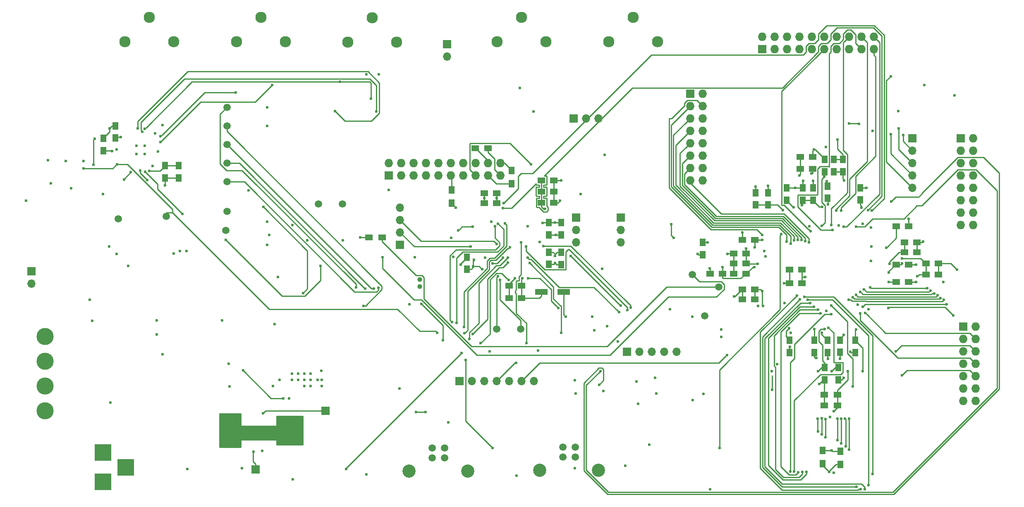
<source format=gbr>
G04 #@! TF.FileFunction,Copper,L4,Bot,Signal*
%FSLAX46Y46*%
G04 Gerber Fmt 4.6, Leading zero omitted, Abs format (unit mm)*
G04 Created by KiCad (PCBNEW 4.0.7-e2-6376~58~ubuntu16.04.1) date Sat Apr  6 13:35:55 2019*
%MOMM*%
%LPD*%
G01*
G04 APERTURE LIST*
%ADD10C,0.100000*%
%ADD11C,1.500000*%
%ADD12R,1.727200X1.727200*%
%ADD13O,1.727200X1.727200*%
%ADD14R,1.700000X1.700000*%
%ADD15O,1.700000X1.700000*%
%ADD16R,1.250000X1.500000*%
%ADD17C,1.000000*%
%ADD18C,1.520000*%
%ADD19C,2.700000*%
%ADD20R,1.500000X1.300000*%
%ADD21R,1.300000X1.500000*%
%ADD22R,1.500000X1.250000*%
%ADD23R,2.598420X1.198880*%
%ADD24R,2.600960X1.198880*%
%ADD25C,2.300000*%
%ADD26R,3.500000X3.500000*%
%ADD27C,3.500000*%
%ADD28C,0.600000*%
%ADD29C,1.200000*%
%ADD30C,0.250000*%
%ADD31C,0.254000*%
G04 APERTURE END LIST*
D10*
D11*
X94361000Y-97663000D03*
D12*
X204216000Y-60452000D03*
D13*
X204216000Y-57912000D03*
X206756000Y-60452000D03*
X206756000Y-57912000D03*
X209296000Y-60452000D03*
X209296000Y-57912000D03*
X211836000Y-60452000D03*
X211836000Y-57912000D03*
X214376000Y-60452000D03*
X214376000Y-57912000D03*
X216916000Y-60452000D03*
X216916000Y-57912000D03*
X219456000Y-60452000D03*
X219456000Y-57912000D03*
X221996000Y-60452000D03*
X221996000Y-57912000D03*
X224536000Y-60452000D03*
X224536000Y-57912000D03*
X227076000Y-60452000D03*
X227076000Y-57912000D03*
D12*
X189484000Y-69596000D03*
D13*
X192024000Y-69596000D03*
X189484000Y-72136000D03*
X192024000Y-72136000D03*
X189484000Y-74676000D03*
X192024000Y-74676000D03*
X189484000Y-77216000D03*
X192024000Y-77216000D03*
X189484000Y-79756000D03*
X192024000Y-79756000D03*
X189484000Y-82296000D03*
X192024000Y-82296000D03*
X189484000Y-84836000D03*
X192024000Y-84836000D03*
X189484000Y-87376000D03*
X192024000Y-87376000D03*
D14*
X166116000Y-94996000D03*
D15*
X166116000Y-97536000D03*
X166116000Y-100076000D03*
D14*
X175260000Y-94996000D03*
D15*
X175260000Y-97536000D03*
X175260000Y-100076000D03*
D16*
X160528000Y-102108000D03*
X160528000Y-104608000D03*
X143764000Y-105624000D03*
X143764000Y-103124000D03*
D14*
X130048000Y-100584000D03*
D15*
X130048000Y-98044000D03*
X130048000Y-95504000D03*
X130048000Y-92964000D03*
D17*
X134112000Y-107696000D03*
X134112000Y-109196000D03*
D12*
X127762000Y-86360000D03*
D13*
X127762000Y-83820000D03*
X130302000Y-86360000D03*
X130302000Y-83820000D03*
X132842000Y-86360000D03*
X132842000Y-83820000D03*
X135382000Y-86360000D03*
X135382000Y-83820000D03*
X137922000Y-86360000D03*
X137922000Y-83820000D03*
X140462000Y-86360000D03*
X140462000Y-83820000D03*
X143002000Y-86360000D03*
X143002000Y-83820000D03*
X145542000Y-86360000D03*
X145542000Y-83820000D03*
X148082000Y-86360000D03*
X148082000Y-83820000D03*
X150622000Y-86360000D03*
X150622000Y-83820000D03*
D18*
X136652000Y-142272000D03*
X139192000Y-142272000D03*
X139192000Y-144272000D03*
X136652000Y-144272000D03*
D19*
X131922000Y-146972000D03*
X143922000Y-146972000D03*
D14*
X142240000Y-128524000D03*
D15*
X144780000Y-128524000D03*
X147320000Y-128524000D03*
X149860000Y-128524000D03*
X152400000Y-128524000D03*
X154940000Y-128524000D03*
X157480000Y-128524000D03*
D14*
X165608000Y-74676000D03*
D15*
X168148000Y-74676000D03*
X170688000Y-74676000D03*
D11*
X149860000Y-117856000D03*
X154740000Y-117856000D03*
D20*
X219616000Y-131318000D03*
X216916000Y-131318000D03*
D12*
X245364000Y-117348000D03*
D13*
X247904000Y-117348000D03*
X245364000Y-119888000D03*
X247904000Y-119888000D03*
X245364000Y-122428000D03*
X247904000Y-122428000D03*
X245364000Y-124968000D03*
X247904000Y-124968000D03*
X245364000Y-127508000D03*
X247904000Y-127508000D03*
X245364000Y-130048000D03*
X247904000Y-130048000D03*
X245364000Y-132588000D03*
X247904000Y-132588000D03*
D20*
X219616000Y-133505474D03*
X216916000Y-133505474D03*
D21*
X220199227Y-145627998D03*
X220199227Y-142927998D03*
X216576226Y-145495000D03*
X216576226Y-142795000D03*
D18*
X163418000Y-142112000D03*
X165958000Y-142112000D03*
X165958000Y-144112000D03*
X163418000Y-144112000D03*
D19*
X158688000Y-146812000D03*
X170688000Y-146812000D03*
D22*
X200914000Y-106553000D03*
X198414000Y-106553000D03*
D23*
X159004000Y-110236000D03*
D24*
X163606480Y-110236000D03*
D16*
X163068000Y-102148000D03*
X163068000Y-104648000D03*
D22*
X154940000Y-111492222D03*
X152440000Y-111492222D03*
X154940000Y-108952222D03*
X152440000Y-108952222D03*
D16*
X220091000Y-120142000D03*
X220091000Y-122642000D03*
X217015188Y-125777476D03*
X217015188Y-128277476D03*
X219762577Y-125766905D03*
X219762577Y-128266905D03*
X217551000Y-120182000D03*
X217551000Y-122682000D03*
D22*
X159004000Y-87376000D03*
X161504000Y-87376000D03*
X159004000Y-89662000D03*
X161504000Y-89662000D03*
D16*
X163068000Y-96052000D03*
X163068000Y-98552000D03*
D22*
X159044000Y-91948000D03*
X161544000Y-91948000D03*
D16*
X160528000Y-96052000D03*
X160528000Y-98552000D03*
D22*
X147320000Y-90043000D03*
X149820000Y-90043000D03*
X147320000Y-92075000D03*
X149820000Y-92075000D03*
D14*
X139700000Y-59436000D03*
D15*
X139700000Y-61976000D03*
D25*
X154940000Y-53975000D03*
X159940000Y-58975000D03*
X149940000Y-58975000D03*
X177800000Y-53975000D03*
X182800000Y-58975000D03*
X172800000Y-58975000D03*
D11*
X195326000Y-109220000D03*
D25*
X124380000Y-54055000D03*
X129380000Y-59055000D03*
X119380000Y-59055000D03*
D16*
X212471000Y-91420000D03*
X212471000Y-88920000D03*
X202819000Y-92416000D03*
X202819000Y-89916000D03*
X214630000Y-91440000D03*
X214630000Y-88940000D03*
X205359000Y-92416000D03*
X205359000Y-89916000D03*
D11*
X192405000Y-115189000D03*
X189865000Y-106680000D03*
D16*
X192024000Y-100116000D03*
X192024000Y-102616000D03*
D22*
X200903275Y-102362000D03*
X198403275Y-102362000D03*
X200883275Y-104442885D03*
X198383275Y-104442885D03*
X196048000Y-106553000D03*
X193548000Y-106553000D03*
X212003000Y-85066564D03*
X214503000Y-85066564D03*
X237764000Y-106680000D03*
X240264000Y-106680000D03*
X233339000Y-100076000D03*
X235839000Y-100076000D03*
X209824000Y-105664000D03*
X212324000Y-105664000D03*
X233339000Y-102108000D03*
X235839000Y-102108000D03*
D12*
X244856000Y-78740000D03*
D13*
X247396000Y-78740000D03*
X244856000Y-81280000D03*
X247396000Y-81280000D03*
X244856000Y-83820000D03*
X247396000Y-83820000D03*
X244856000Y-86360000D03*
X247396000Y-86360000D03*
X244856000Y-88900000D03*
X247396000Y-88900000D03*
X244856000Y-91440000D03*
X247396000Y-91440000D03*
X244856000Y-93980000D03*
X247396000Y-93980000D03*
X244856000Y-96520000D03*
X247396000Y-96520000D03*
D16*
X218867494Y-85579042D03*
X218867494Y-83079042D03*
X220706000Y-85578000D03*
X220706000Y-83078000D03*
D22*
X212003000Y-82550000D03*
X214503000Y-82550000D03*
D16*
X216962494Y-85579042D03*
X216962494Y-83079042D03*
D14*
X100457000Y-146685000D03*
X114808000Y-134620000D03*
D26*
X69215000Y-143225000D03*
X69215000Y-149225000D03*
X73915000Y-146225000D03*
D27*
X57404000Y-134620000D03*
X57404000Y-129540000D03*
X57404000Y-124460000D03*
X57404000Y-119380000D03*
D21*
X152908000Y-88091000D03*
X152908000Y-85391000D03*
D20*
X148115000Y-80772000D03*
X145415000Y-80772000D03*
D14*
X54610000Y-106045000D03*
D15*
X54610000Y-108585000D03*
D21*
X140589000Y-89328000D03*
X140589000Y-92028000D03*
D11*
X113357000Y-92202000D03*
X118237000Y-92202000D03*
X94615000Y-83820000D03*
X94615000Y-80010000D03*
D16*
X71755000Y-76200000D03*
X71755000Y-78700000D03*
X69342000Y-78780000D03*
X69342000Y-81280000D03*
D11*
X82169000Y-94742000D03*
X94615000Y-72390000D03*
X94615000Y-76200000D03*
D16*
X84742112Y-84348000D03*
X84742112Y-86848000D03*
X81915000Y-84348000D03*
X81915000Y-86848000D03*
D11*
X72390000Y-95250000D03*
D25*
X78740000Y-53975000D03*
X83740000Y-58975000D03*
X73740000Y-58975000D03*
X101600000Y-53975000D03*
X106600000Y-58975000D03*
X96600000Y-58975000D03*
D11*
X94615000Y-87630000D03*
X94615000Y-93726000D03*
D22*
X237764000Y-104394000D03*
X240264000Y-104394000D03*
X209804000Y-108458000D03*
X212304000Y-108458000D03*
X202692000Y-99568000D03*
X200192000Y-99568000D03*
X202652000Y-109728000D03*
X200152000Y-109728000D03*
X202652000Y-111760000D03*
X200152000Y-111760000D03*
X231648000Y-108204000D03*
X234148000Y-108204000D03*
X231648000Y-104648000D03*
X234148000Y-104648000D03*
X231648000Y-96774000D03*
X234148000Y-96774000D03*
D16*
X224262000Y-91400000D03*
X224262000Y-88900000D03*
X217551000Y-91059000D03*
X217551000Y-88559000D03*
X209169000Y-91440000D03*
X209169000Y-88940000D03*
X209804000Y-120162000D03*
X209804000Y-122662000D03*
X214884000Y-120162000D03*
X214884000Y-122662000D03*
X223286000Y-120162000D03*
X223286000Y-122662000D03*
D20*
X126398000Y-99060000D03*
X123698000Y-99060000D03*
D14*
X234950000Y-78740000D03*
D15*
X234950000Y-81280000D03*
X234950000Y-83820000D03*
X234950000Y-86360000D03*
X234950000Y-88900000D03*
D14*
X176530000Y-122555000D03*
D15*
X179070000Y-122555000D03*
X181610000Y-122555000D03*
X184150000Y-122555000D03*
X186690000Y-122555000D03*
D28*
X76112500Y-81987500D03*
X77837500Y-81987500D03*
X77837500Y-80262500D03*
X76112500Y-80262500D03*
X140948771Y-103096502D03*
X102108000Y-92837000D03*
X110236000Y-110490000D03*
X223774000Y-112903000D03*
X225933000Y-113792002D03*
X66548000Y-111887000D03*
X102870000Y-100584000D03*
X206248000Y-130302000D03*
X178816000Y-133223000D03*
X182499000Y-131064000D03*
X178435000Y-128651000D03*
X214757000Y-81026000D03*
X219583000Y-78994000D03*
X80264000Y-116078000D03*
X80264000Y-118999000D03*
X195834000Y-117983000D03*
X81407000Y-123063000D03*
X104013000Y-129540000D03*
X111760000Y-129540000D03*
X110490000Y-129540000D03*
X105410000Y-128270000D03*
X107950000Y-128270000D03*
X107950000Y-127000000D03*
X111760000Y-127000000D03*
X110490000Y-127000000D03*
X109220000Y-127000000D03*
X109220000Y-128270000D03*
X110490000Y-128270000D03*
X111760000Y-128270000D03*
X113157000Y-128270000D03*
X114046000Y-129540000D03*
X114046000Y-128270000D03*
X113988010Y-126422990D03*
X58547000Y-88011000D03*
X62738000Y-89027000D03*
X153924000Y-147955000D03*
X167021000Y-90170000D03*
X171958000Y-82169000D03*
X123190000Y-147701000D03*
X129921000Y-130048000D03*
X139954000Y-137033000D03*
X171704000Y-130556000D03*
X165989000Y-131064000D03*
X165862000Y-146431000D03*
X189992000Y-132461000D03*
X182245000Y-127889000D03*
X162814000Y-91567000D03*
X163068000Y-87376000D03*
X142494000Y-104648000D03*
X147447000Y-103251000D03*
X97663000Y-146399000D03*
X101854000Y-142875000D03*
X108077000Y-148670000D03*
X86487000Y-146558000D03*
X141478000Y-92964000D03*
X153616330Y-107451999D03*
X148393989Y-122428000D03*
X158333000Y-122301000D03*
X148717000Y-95885000D03*
X156210000Y-96774000D03*
X161925000Y-98552000D03*
X149820000Y-91059000D03*
X161798000Y-104325999D03*
X185293000Y-113792000D03*
X174625000Y-120396000D03*
X169799000Y-118110000D03*
X193548000Y-150689979D03*
X218821000Y-147320000D03*
X210058000Y-118618000D03*
X217297000Y-114173000D03*
X217419417Y-87540999D03*
X214249000Y-85979000D03*
X133096000Y-103124000D03*
X131953000Y-112776000D03*
X93599000Y-116078000D03*
X103251000Y-98552000D03*
X102870000Y-95885000D03*
X118364000Y-99695000D03*
X108049559Y-96547441D03*
X111058942Y-99634058D03*
X57971564Y-83252436D03*
X154559000Y-68453000D03*
X157353000Y-73279000D03*
X72009000Y-81026000D03*
X70612000Y-76708000D03*
X81407000Y-76073000D03*
X79883000Y-77724000D03*
X123190000Y-65658996D03*
X125730000Y-65659000D03*
X80518000Y-81500010D03*
X65278000Y-83439000D03*
X61595000Y-83439000D03*
X81915000Y-88421615D03*
X79375000Y-84455000D03*
X219837000Y-96647000D03*
X226822000Y-77216000D03*
X237363000Y-67818000D03*
X243586000Y-69977000D03*
X203327000Y-113157000D03*
X208788000Y-112522000D03*
X226441000Y-103886000D03*
X226568000Y-100965000D03*
X226441000Y-97028000D03*
X224790000Y-96266000D03*
X212979000Y-107188000D03*
X204597000Y-101854000D03*
X204851000Y-102997000D03*
X213868000Y-96774000D03*
X218059000Y-135890000D03*
X209921010Y-121539000D03*
X218431859Y-142781857D03*
X220853000Y-127889000D03*
X198464575Y-111156324D03*
X193421000Y-105410000D03*
X244094000Y-105664000D03*
X215900000Y-129159000D03*
X67056000Y-116205000D03*
X205359000Y-88519000D03*
X202819000Y-88646000D03*
X212598000Y-87503000D03*
X214630000Y-87503000D03*
X237109000Y-99949000D03*
X220091000Y-123952000D03*
X217678000Y-123952000D03*
X191008000Y-102489000D03*
X197104000Y-102489000D03*
X210947000Y-88900000D03*
X215265000Y-123824996D03*
X222250000Y-122555000D03*
X234188000Y-95250000D03*
X235712000Y-104648000D03*
X235712000Y-108204000D03*
X225552000Y-88900000D03*
X200192000Y-98084000D03*
X148971000Y-104394000D03*
X156845000Y-84074000D03*
X151130000Y-103235010D03*
X155067000Y-107442000D03*
X150114000Y-107061000D03*
X102870000Y-76200000D03*
X102870000Y-72390000D03*
X99060705Y-89403590D03*
X196088000Y-105156000D03*
X208661000Y-108458000D03*
X217292493Y-80518000D03*
X171450000Y-105537000D03*
X232791000Y-104394000D03*
X232029000Y-73152000D03*
X193040006Y-100076000D03*
X181102000Y-141605000D03*
X176149000Y-145923000D03*
X146878051Y-105603051D03*
X165862000Y-128364000D03*
X161798000Y-102869990D03*
X145229918Y-103642000D03*
X145034000Y-105029000D03*
X127762000Y-89348999D03*
X195800261Y-119507000D03*
X159258000Y-96139000D03*
X161798000Y-96012000D03*
X70485000Y-100965000D03*
X74422000Y-104902000D03*
X147320000Y-91059000D03*
X172482000Y-117277000D03*
X189865000Y-115316000D03*
X169418000Y-115316000D03*
X163957000Y-115316000D03*
X217678000Y-92329000D03*
X216916000Y-86614000D03*
X105029000Y-107188000D03*
X104394000Y-116840000D03*
X69215000Y-90170000D03*
X78740000Y-85471000D03*
X204343000Y-113157000D03*
X232790990Y-103378011D03*
X229616000Y-101219000D03*
X209679551Y-117731551D03*
X235975990Y-107061009D03*
X230124000Y-106289010D03*
X223452021Y-117983000D03*
X210643978Y-92938487D03*
X204216000Y-110071010D03*
X217932000Y-147193000D03*
X202565000Y-105156000D03*
X221742000Y-126545011D03*
X218440000Y-126545011D03*
X215646000Y-126545011D03*
X217001000Y-117856000D03*
X224790000Y-126545011D03*
X218821000Y-134747000D03*
X206121000Y-126545011D03*
X72009000Y-102489000D03*
X208407000Y-93472000D03*
X216376000Y-96742000D03*
X207264000Y-125095000D03*
X214884000Y-117856000D03*
X241300000Y-108204000D03*
X230124000Y-108204010D03*
X220980000Y-87376000D03*
X224536000Y-92964000D03*
X202692000Y-101092000D03*
X204216000Y-99568000D03*
X150495000Y-107823000D03*
X159766000Y-93217996D03*
X95123000Y-129667000D03*
X70739000Y-132969000D03*
X192151000Y-131191000D03*
X107315000Y-132080000D03*
X97917000Y-126365000D03*
X106172000Y-132080000D03*
X94996000Y-124968000D03*
X53467000Y-91567000D03*
X126492000Y-103124000D03*
X216451021Y-92837000D03*
X220914647Y-119060647D03*
X230251000Y-104521000D03*
X212344000Y-92455994D03*
X86360000Y-101863999D03*
X84963000Y-101863999D03*
X83693000Y-102362000D03*
X200914000Y-101346000D03*
X216408000Y-118618000D03*
X203276999Y-104470999D03*
X211836000Y-86360000D03*
X81026000Y-79502000D03*
X103886000Y-67818000D03*
X67564000Y-78867000D03*
X67292009Y-84201000D03*
X81025994Y-78359000D03*
X96393000Y-69342000D03*
X76327000Y-76708000D03*
X116713000Y-73152000D03*
X77326667Y-77444781D03*
X125222000Y-73279000D03*
X72898000Y-78486000D03*
X71120000Y-81407000D03*
X152273000Y-107823000D03*
X153797000Y-124841000D03*
X146558000Y-120777000D03*
X100076000Y-143002000D03*
X101981000Y-135128000D03*
X138811000Y-120142000D03*
X134409345Y-112688655D03*
X185547000Y-96393002D03*
X186055000Y-99187000D03*
X152146000Y-104267000D03*
X144907000Y-118872000D03*
X156317012Y-107442000D03*
X162441501Y-113546501D03*
X163068000Y-118618000D03*
X156591000Y-104325999D03*
X158623000Y-100045000D03*
X196977000Y-123190000D03*
X154813004Y-100076000D03*
X155956000Y-120786990D03*
X122936000Y-109591001D03*
X125669051Y-109407949D03*
X72136000Y-84074008D03*
X65278000Y-84963000D03*
X137671129Y-118632416D03*
X122555000Y-113175870D03*
X121031000Y-109347000D03*
X124714000Y-109591000D03*
X225298000Y-114554000D03*
X231521000Y-122428000D03*
X224282000Y-114681006D03*
X232791000Y-127381000D03*
X144526000Y-100965000D03*
X149860000Y-100457000D03*
X140538108Y-99196990D03*
X141986000Y-97663000D03*
X144980250Y-96902771D03*
X113792000Y-104902000D03*
X94361000Y-99568000D03*
X226641169Y-93614268D03*
X151257000Y-92075000D03*
X151130000Y-93091000D03*
X225858036Y-93450851D03*
X204216000Y-98552000D03*
X209169000Y-99949000D03*
X210058000Y-100330000D03*
X210693000Y-99695000D03*
X211482117Y-99563481D03*
X212282104Y-99568400D03*
X213033877Y-99841969D03*
X213793364Y-100093330D03*
X214122000Y-97790000D03*
X218313000Y-96520000D03*
X218567000Y-97536000D03*
X219329000Y-93589000D03*
X220345000Y-93599000D03*
X220853000Y-96901000D03*
X143256000Y-118745000D03*
X118999000Y-146558000D03*
X142621000Y-122809000D03*
X152527000Y-101092000D03*
X148971000Y-142240000D03*
X143510000Y-124206000D03*
X144272000Y-119888000D03*
X152146000Y-103251000D03*
X156226163Y-103233199D03*
X174879000Y-114427000D03*
X143129000Y-117475000D03*
X151577058Y-96199942D03*
X135255000Y-134874000D03*
X133350000Y-134874000D03*
X208151321Y-98426679D03*
X195453000Y-142239996D03*
X233045000Y-78105000D03*
X224028000Y-75819000D03*
X221996000Y-75692000D03*
X77841594Y-76832515D03*
X117729000Y-67192999D03*
X124079000Y-70612000D03*
X77851000Y-85598000D03*
X85471000Y-94234000D03*
X76871948Y-85375846D03*
X78321894Y-87298023D03*
X73532994Y-87249000D03*
X74930000Y-85725000D03*
X175260000Y-113030004D03*
X164972295Y-102863999D03*
X176623781Y-113970004D03*
X155874283Y-100943011D03*
X177255907Y-113479662D03*
X159385000Y-100838000D03*
X150114000Y-96266000D03*
X141605000Y-116586000D03*
X140722215Y-116465215D03*
X149479000Y-96774000D03*
X97536000Y-139700000D03*
X97536000Y-138525000D03*
X95504000Y-138684000D03*
X94488000Y-138684000D03*
X93472000Y-138684000D03*
X105664000Y-141224000D03*
X106680000Y-141224000D03*
X107696000Y-141224000D03*
X108712000Y-141224000D03*
X109728000Y-141224000D03*
X109728000Y-139700000D03*
X108712000Y-139700000D03*
X107696000Y-139700000D03*
X106680000Y-139700000D03*
X105664000Y-139700000D03*
X105664000Y-138176000D03*
X106680000Y-138176000D03*
X107696000Y-138176000D03*
X108712000Y-138176000D03*
X109728000Y-138176000D03*
X109728000Y-136652000D03*
X108712000Y-136652000D03*
X107696000Y-136652000D03*
X106680000Y-136652000D03*
X105664000Y-136652000D03*
X93472000Y-141224000D03*
X94488000Y-141224000D03*
X95504000Y-141224000D03*
X96520000Y-141224000D03*
X96520000Y-139700000D03*
X95504000Y-139700000D03*
X94488000Y-139700000D03*
X93472000Y-139700000D03*
X96520000Y-137668000D03*
X95504000Y-137668000D03*
X94488000Y-137668000D03*
X93472000Y-137668000D03*
X96520000Y-136144000D03*
X95504000Y-136144000D03*
X94488000Y-136144000D03*
X93472000Y-136144000D03*
D29*
X100552000Y-139700000D03*
X101727000Y-138525000D03*
D28*
X230632000Y-91750002D03*
X170815000Y-129286000D03*
X171069000Y-126492000D03*
X223393000Y-96901000D03*
X232156000Y-76708000D03*
X230505000Y-77926000D03*
X230505000Y-66040000D03*
X218313000Y-113029986D03*
X222758000Y-129667000D03*
X224406041Y-150689979D03*
X211328000Y-110998000D03*
X223520000Y-150239968D03*
X211930974Y-111797503D03*
X212852000Y-111252000D03*
X226822000Y-147574000D03*
X225933000Y-149860000D03*
X213487000Y-111887000D03*
X225206048Y-150687291D03*
X213995000Y-112522000D03*
X214757000Y-113284000D03*
X213233000Y-147193006D03*
X215646000Y-113919000D03*
X212433001Y-147188417D03*
X216154000Y-114681000D03*
X211546513Y-147256493D03*
X210772625Y-147053721D03*
X217800559Y-117597559D03*
X209931000Y-147066000D03*
X218313000Y-114808000D03*
X230068001Y-113528000D03*
X243305768Y-115105446D03*
X224790000Y-113284000D03*
X241935000Y-112776000D03*
X221869000Y-111887000D03*
X241409961Y-111873286D03*
X240688200Y-111528228D03*
X222752998Y-111351001D03*
X223393000Y-110870979D03*
X240110543Y-110974771D03*
X224282000Y-110245990D03*
X239395000Y-110617000D03*
X225044000Y-109728000D03*
X238633000Y-109982000D03*
X226314000Y-109345968D03*
X237998000Y-109474000D03*
X215519000Y-136271000D03*
X215646000Y-138859003D03*
X216408000Y-136144000D03*
X216408000Y-139436000D03*
X217192466Y-136300893D03*
X217189999Y-140061001D03*
X219583000Y-136271000D03*
X219583000Y-140686001D03*
X220383003Y-136271000D03*
X220345000Y-141311001D03*
X221183006Y-136271000D03*
X221286764Y-141936001D03*
X221996000Y-142560990D03*
X221996000Y-136271000D03*
X121920000Y-99060000D03*
D30*
X111115001Y-101844001D02*
X102108000Y-92837000D01*
X110236000Y-110490000D02*
X111115001Y-109610999D01*
X111115001Y-109610999D02*
X111115001Y-101844001D01*
X152440000Y-108952222D02*
X152440000Y-108628329D01*
X152440000Y-108628329D02*
X153316331Y-107751998D01*
X153316331Y-107751998D02*
X153616330Y-107451999D01*
X240264000Y-106680000D02*
X240264000Y-104394000D01*
X152440000Y-111492222D02*
X152440000Y-110617222D01*
X152440000Y-110617222D02*
X152440000Y-108952222D01*
X206248000Y-130302000D02*
X206248000Y-127472003D01*
X218867494Y-83079042D02*
X220704958Y-83079042D01*
X220704958Y-83079042D02*
X220706000Y-83078000D01*
X216962494Y-83079042D02*
X216962494Y-82954042D01*
X216962494Y-82954042D02*
X215034452Y-81026000D01*
X215034452Y-81026000D02*
X214757000Y-81026000D01*
X214503000Y-82550000D02*
X214503000Y-81280000D01*
X214503000Y-81280000D02*
X214757000Y-81026000D01*
X219583000Y-80955000D02*
X219583000Y-78994000D01*
X220706000Y-83078000D02*
X220706000Y-82078000D01*
X220706000Y-82078000D02*
X219583000Y-80955000D01*
X161544000Y-91948000D02*
X162433000Y-91948000D01*
X162433000Y-91948000D02*
X162814000Y-91567000D01*
X161504000Y-87376000D02*
X163068000Y-87376000D01*
X161504000Y-89662000D02*
X161504000Y-91908000D01*
X161504000Y-91908000D02*
X161544000Y-91948000D01*
X161504000Y-87376000D02*
X161504000Y-89662000D01*
X142494000Y-104519000D02*
X142494000Y-104648000D01*
X143764000Y-103124000D02*
X143764000Y-103249000D01*
X143764000Y-103249000D02*
X142494000Y-104519000D01*
X140589000Y-92075000D02*
X141478000Y-92964000D01*
X140589000Y-92028000D02*
X140589000Y-92075000D01*
X152908000Y-85391000D02*
X152908000Y-85291000D01*
X152908000Y-85291000D02*
X151437000Y-83820000D01*
X151437000Y-83820000D02*
X150622000Y-83820000D01*
X145415000Y-80772000D02*
X145515000Y-80772000D01*
X145515000Y-80772000D02*
X148082000Y-83339000D01*
X148082000Y-83339000D02*
X148082000Y-83820000D01*
X161925000Y-98552000D02*
X163068000Y-98552000D01*
X161403000Y-98552000D02*
X161925000Y-98552000D01*
X160528000Y-98552000D02*
X161403000Y-98552000D01*
X149820000Y-90932000D02*
X149820000Y-92075000D01*
X149820000Y-90043000D02*
X149820000Y-90932000D01*
X149820000Y-90932000D02*
X149820000Y-91059000D01*
X163068000Y-104648000D02*
X162120001Y-104648000D01*
X162120001Y-104648000D02*
X161798000Y-104325999D01*
X160528000Y-104608000D02*
X161515999Y-104608000D01*
X161515999Y-104608000D02*
X161798000Y-104325999D01*
X217424000Y-87545582D02*
X217419417Y-87540999D01*
X217424000Y-88940000D02*
X217424000Y-87545582D01*
X214465564Y-85979000D02*
X214249000Y-85979000D01*
X214503000Y-85066564D02*
X214503000Y-85941564D01*
X214503000Y-85941564D02*
X214465564Y-85979000D01*
X69342000Y-78780000D02*
X69342000Y-78655000D01*
X69342000Y-78655000D02*
X70612000Y-77385000D01*
X70612000Y-77132264D02*
X70612000Y-76708000D01*
X70612000Y-77385000D02*
X70612000Y-77132264D01*
X71755000Y-76200000D02*
X71120000Y-76200000D01*
X71120000Y-76200000D02*
X70612000Y-76708000D01*
X84742112Y-86848000D02*
X81915000Y-86848000D01*
X81915000Y-86848000D02*
X81915000Y-88421615D01*
X212324000Y-107188000D02*
X212324000Y-108438000D01*
X212324000Y-105664000D02*
X212324000Y-107188000D01*
X212324000Y-107188000D02*
X212979000Y-107188000D01*
X212324000Y-108438000D02*
X212304000Y-108458000D01*
X209804000Y-121656010D02*
X209921010Y-121539000D01*
X209804000Y-122662000D02*
X209804000Y-121656010D01*
X218418716Y-142795000D02*
X218431859Y-142781857D01*
X218578000Y-142927998D02*
X218431859Y-142781857D01*
X216576226Y-142795000D02*
X218418716Y-142795000D01*
X220199227Y-142927998D02*
X218578000Y-142927998D01*
X219762577Y-128266905D02*
X220475095Y-128266905D01*
X220475095Y-128266905D02*
X220853000Y-127889000D01*
X198598676Y-111156324D02*
X198464575Y-111156324D01*
X200027000Y-109728000D02*
X198598676Y-111156324D01*
X200152000Y-109728000D02*
X200027000Y-109728000D01*
X193548000Y-106553000D02*
X193548000Y-105537000D01*
X193548000Y-105537000D02*
X193421000Y-105410000D01*
X198383275Y-104442885D02*
X198383275Y-106522275D01*
X198383275Y-106522275D02*
X198414000Y-106553000D01*
X240264000Y-104394000D02*
X242824000Y-104394000D01*
X242824000Y-104394000D02*
X244094000Y-105664000D01*
X217015188Y-128277476D02*
X216781524Y-128277476D01*
X216781524Y-128277476D02*
X215900000Y-129159000D01*
X219752006Y-128277476D02*
X219762577Y-128266905D01*
X216916000Y-131318000D02*
X216916000Y-128376664D01*
X216916000Y-128376664D02*
X217015188Y-128277476D01*
X216916000Y-133505474D02*
X216916000Y-131318000D01*
X205359000Y-89916000D02*
X205359000Y-88519000D01*
X202819000Y-89916000D02*
X202819000Y-88646000D01*
X212471000Y-88920000D02*
X212471000Y-87630000D01*
X212471000Y-87630000D02*
X212598000Y-87503000D01*
X214630000Y-88940000D02*
X214630000Y-87503000D01*
X235839000Y-100076000D02*
X236982000Y-100076000D01*
X236982000Y-100076000D02*
X237109000Y-99949000D01*
X235839000Y-100076000D02*
X235839000Y-102108000D01*
X220051000Y-122682000D02*
X220091000Y-122642000D01*
X220091000Y-122642000D02*
X220091000Y-123952000D01*
X217551000Y-122682000D02*
X217551000Y-123825000D01*
X217551000Y-123825000D02*
X217678000Y-123952000D01*
X192024000Y-102616000D02*
X191135000Y-102616000D01*
X191135000Y-102616000D02*
X191008000Y-102489000D01*
X198403275Y-102362000D02*
X197231000Y-102362000D01*
X197231000Y-102362000D02*
X197104000Y-102489000D01*
X198403275Y-102362000D02*
X198403275Y-104422885D01*
X198403275Y-104422885D02*
X198383275Y-104442885D01*
X209169000Y-88940000D02*
X210907000Y-88940000D01*
X210907000Y-88940000D02*
X210947000Y-88900000D01*
X211576000Y-88900000D02*
X210947000Y-88900000D01*
X212471000Y-88920000D02*
X211596000Y-88920000D01*
X211596000Y-88920000D02*
X211576000Y-88900000D01*
X214610000Y-88920000D02*
X214630000Y-88940000D01*
X214884000Y-123662000D02*
X215046996Y-123824996D01*
X215046996Y-123824996D02*
X215265000Y-123824996D01*
X214884000Y-122662000D02*
X214884000Y-123662000D01*
X223286000Y-122662000D02*
X222357000Y-122662000D01*
X222357000Y-122662000D02*
X222250000Y-122555000D01*
X234148000Y-95290000D02*
X234188000Y-95250000D01*
X234148000Y-96774000D02*
X234148000Y-95290000D01*
X234148000Y-104648000D02*
X235712000Y-104648000D01*
X234148000Y-108204000D02*
X235712000Y-108204000D01*
X224262000Y-88900000D02*
X225552000Y-88900000D01*
X200152000Y-109728000D02*
X200152000Y-111760000D01*
X200192000Y-99568000D02*
X200192000Y-98084000D01*
X149395264Y-104394000D02*
X148971000Y-104394000D01*
X149971010Y-104394000D02*
X149395264Y-104394000D01*
X151130000Y-103235010D02*
X149971010Y-104394000D01*
X145542000Y-86360000D02*
X144339999Y-85157999D01*
X144339999Y-85157999D02*
X144339999Y-79861999D01*
X144339999Y-79861999D02*
X144404999Y-79796999D01*
X144404999Y-79796999D02*
X152567999Y-79796999D01*
X152567999Y-79796999D02*
X156845000Y-84074000D01*
X154940000Y-108952222D02*
X154940000Y-109827222D01*
X154940000Y-109827222D02*
X154940000Y-111492222D01*
X154940000Y-107569000D02*
X155067000Y-107442000D01*
X154940000Y-108952222D02*
X154940000Y-107569000D01*
X154940000Y-111492222D02*
X158597218Y-111492222D01*
X158597218Y-111492222D02*
X159004000Y-111085440D01*
X159004000Y-111085440D02*
X159004000Y-110236000D01*
X149860000Y-117856000D02*
X149860000Y-107315000D01*
X149860000Y-107315000D02*
X150114000Y-107061000D01*
X196048000Y-105196000D02*
X196088000Y-105156000D01*
X196048000Y-106553000D02*
X196048000Y-105196000D01*
X209804000Y-108458000D02*
X208661000Y-108458000D01*
X223452021Y-117983000D02*
X223286000Y-118149021D01*
X192024000Y-100116000D02*
X193000006Y-100116000D01*
X193000006Y-100116000D02*
X193040006Y-100076000D01*
X231648000Y-104648000D02*
X232537000Y-104648000D01*
X232537000Y-104648000D02*
X232791000Y-104394000D01*
X193080006Y-100116000D02*
X193040006Y-100076000D01*
X146578052Y-105303052D02*
X146878051Y-105603051D01*
X146304000Y-105029000D02*
X146578052Y-105303052D01*
X145034000Y-105029000D02*
X146304000Y-105029000D01*
X163068000Y-102148000D02*
X162193000Y-102148000D01*
X161798000Y-102543000D02*
X161798000Y-102572736D01*
X160528000Y-102108000D02*
X161403000Y-102108000D01*
X161403000Y-102108000D02*
X161798000Y-102503000D01*
X162193000Y-102148000D02*
X161798000Y-102543000D01*
X161798000Y-102503000D02*
X161798000Y-102572736D01*
X161798000Y-102572736D02*
X161798000Y-102869990D01*
X145034000Y-104013000D02*
X145229918Y-103642000D01*
X145161000Y-103886000D02*
X145161000Y-103710918D01*
X145161000Y-103710918D02*
X145229918Y-103642000D01*
X145034000Y-105029000D02*
X145034000Y-104013000D01*
X145034000Y-105229000D02*
X145034000Y-105029000D01*
X143764000Y-105624000D02*
X144639000Y-105624000D01*
X144639000Y-105624000D02*
X145034000Y-105229000D01*
X160528000Y-96052000D02*
X159345000Y-96052000D01*
X159345000Y-96052000D02*
X159258000Y-96139000D01*
X161798000Y-96012000D02*
X163028000Y-96012000D01*
X163028000Y-96012000D02*
X163068000Y-96052000D01*
X160528000Y-96052000D02*
X161758000Y-96052000D01*
X161758000Y-96052000D02*
X161798000Y-96012000D01*
X147320000Y-90043000D02*
X147320000Y-91059000D01*
X147320000Y-91186000D02*
X147320000Y-91059000D01*
X147320000Y-92075000D02*
X147320000Y-91186000D01*
X160528000Y-102108000D02*
X161042001Y-102108000D01*
X163606480Y-114965480D02*
X163957000Y-115316000D01*
X163606480Y-110236000D02*
X163606480Y-114965480D01*
X217932000Y-146995225D02*
X217932000Y-147193000D01*
X220199227Y-145627998D02*
X219299227Y-145627998D01*
X219299227Y-145627998D02*
X217932000Y-146995225D01*
X216675999Y-96442001D02*
X216376000Y-96742000D01*
X217076023Y-96041977D02*
X216675999Y-96442001D01*
X217076023Y-92536998D02*
X217076023Y-96041977D01*
X216398001Y-91858976D02*
X217076023Y-92536998D01*
X216398001Y-87143535D02*
X216398001Y-91858976D01*
X216962494Y-86579042D02*
X216398001Y-87143535D01*
X217678000Y-91904736D02*
X217678000Y-92329000D01*
X217678000Y-91694000D02*
X217678000Y-91904736D01*
X217424000Y-91440000D02*
X217678000Y-91694000D01*
X209147000Y-119380000D02*
X209042000Y-119275000D01*
X209804000Y-120037000D02*
X209147000Y-119380000D01*
X209147000Y-119380000D02*
X209147000Y-118264102D01*
X209147000Y-118264102D02*
X209679551Y-117731551D01*
X209804000Y-120162000D02*
X209804000Y-120037000D01*
X216962494Y-86579042D02*
X216950958Y-86579042D01*
X216950958Y-86579042D02*
X216916000Y-86614000D01*
X216962494Y-85579042D02*
X216962494Y-86579042D01*
X81915000Y-84348000D02*
X82790000Y-84348000D01*
X82790000Y-84348000D02*
X84742112Y-84348000D01*
X78740000Y-85471000D02*
X80917000Y-85471000D01*
X80917000Y-85471000D02*
X81915000Y-84473000D01*
X81915000Y-84473000D02*
X81915000Y-84348000D01*
X204216000Y-113030000D02*
X204343000Y-113157000D01*
X204216000Y-110071010D02*
X204216000Y-113030000D01*
X237639000Y-104394000D02*
X236623011Y-103378011D01*
X237764000Y-104394000D02*
X237639000Y-104394000D01*
X236623011Y-103378011D02*
X233215254Y-103378011D01*
X233215254Y-103378011D02*
X232790990Y-103378011D01*
X229915999Y-100919001D02*
X229616000Y-101219000D01*
X231648000Y-96774000D02*
X231648000Y-99187000D01*
X231648000Y-99187000D02*
X229915999Y-100919001D01*
X209824000Y-105664000D02*
X209824000Y-108438000D01*
X209824000Y-108438000D02*
X209804000Y-108458000D01*
X236356999Y-106680000D02*
X236275989Y-106761010D01*
X237764000Y-106680000D02*
X236356999Y-106680000D01*
X236275989Y-106761010D02*
X235975990Y-107061009D01*
X230124000Y-106047000D02*
X230124000Y-106289010D01*
X231523000Y-104648000D02*
X230124000Y-106047000D01*
X231648000Y-104648000D02*
X231523000Y-104648000D01*
X223286000Y-120162000D02*
X223286000Y-118149021D01*
X209169000Y-91440000D02*
X209169000Y-91565000D01*
X210542487Y-92938487D02*
X210643978Y-92938487D01*
X209169000Y-91565000D02*
X210542487Y-92938487D01*
X203916001Y-109771011D02*
X204216000Y-110071010D01*
X203872990Y-109728000D02*
X203916001Y-109771011D01*
X202652000Y-109728000D02*
X203872990Y-109728000D01*
X216576226Y-145495000D02*
X216576226Y-145837226D01*
X216576226Y-145837226D02*
X217932000Y-147193000D01*
X196048000Y-106553000D02*
X196048000Y-107428000D01*
X196048000Y-107428000D02*
X196123001Y-107503001D01*
X196123001Y-107503001D02*
X199838999Y-107503001D01*
X199838999Y-107503001D02*
X200789000Y-106553000D01*
X200789000Y-106553000D02*
X200914000Y-106553000D01*
X202565000Y-105156000D02*
X202311000Y-105156000D01*
X202311000Y-105156000D02*
X200914000Y-106553000D01*
X237764000Y-104394000D02*
X237764000Y-106680000D01*
X219616000Y-131318000D02*
X219616000Y-130418000D01*
X219616000Y-130418000D02*
X221742000Y-128292000D01*
X221742000Y-128292000D02*
X221742000Y-126545011D01*
X219762577Y-125766905D02*
X219218106Y-125766905D01*
X219218106Y-125766905D02*
X218440000Y-126545011D01*
X217015188Y-125777476D02*
X216413535Y-125777476D01*
X216413535Y-125777476D02*
X215646000Y-126545011D01*
X217001000Y-117856000D02*
X216244998Y-117856000D01*
X216244998Y-117856000D02*
X215782999Y-118317999D01*
X215782999Y-118317999D02*
X215782999Y-120374001D01*
X215782999Y-120374001D02*
X216600999Y-121192001D01*
X216600999Y-121192001D02*
X216600999Y-124363287D01*
X216600999Y-124363287D02*
X217015188Y-124777476D01*
X217015188Y-124777476D02*
X217015188Y-125777476D01*
X224790000Y-121791000D02*
X224790000Y-126545011D01*
X223286000Y-120162000D02*
X223286000Y-120287000D01*
X223286000Y-120287000D02*
X224790000Y-121791000D01*
X219616000Y-131318000D02*
X219616000Y-133505474D01*
X219616000Y-133505474D02*
X219616000Y-133952000D01*
X219616000Y-133952000D02*
X218821000Y-134747000D01*
X202819000Y-92416000D02*
X205359000Y-92416000D01*
X205359000Y-92416000D02*
X207351000Y-92416000D01*
X207351000Y-92416000D02*
X208407000Y-93472000D01*
X218867494Y-85579042D02*
X220704958Y-85579042D01*
X220704958Y-85579042D02*
X220706000Y-85578000D01*
X214884000Y-117856000D02*
X214884000Y-120162000D01*
X231648000Y-108204000D02*
X230124000Y-108204000D01*
X220706000Y-87102000D02*
X220980000Y-87376000D01*
X220706000Y-85578000D02*
X220706000Y-87102000D01*
X224536000Y-92674000D02*
X224536000Y-92964000D01*
X224262000Y-91400000D02*
X224262000Y-92400000D01*
X224262000Y-92400000D02*
X224536000Y-92674000D01*
X202652000Y-109728000D02*
X202652000Y-111760000D01*
X202652000Y-112228000D02*
X202692000Y-112268000D01*
X202692000Y-99568000D02*
X202692000Y-101092000D01*
X202692000Y-99568000D02*
X204216000Y-99568000D01*
X154740000Y-116132000D02*
X150495000Y-111887000D01*
X150495000Y-111887000D02*
X150495000Y-107823000D01*
X154740000Y-117856000D02*
X154740000Y-116132000D01*
X159438996Y-93217996D02*
X159766000Y-93217996D01*
X159044000Y-91948000D02*
X159044000Y-92823000D01*
X159044000Y-92823000D02*
X159438996Y-93217996D01*
X159004000Y-89662000D02*
X159004000Y-91908000D01*
X159004000Y-91908000D02*
X159044000Y-91948000D01*
X159004000Y-87376000D02*
X159004000Y-89662000D01*
X103632000Y-132080000D02*
X97917000Y-126365000D01*
X106172000Y-132080000D02*
X103632000Y-132080000D01*
X195326000Y-109220000D02*
X184658000Y-109220000D01*
X126398000Y-99060000D02*
X126398000Y-99960000D01*
X134937001Y-107299999D02*
X134937001Y-111696001D01*
X126398000Y-99960000D02*
X133308999Y-106870999D01*
X133308999Y-106870999D02*
X134508001Y-106870999D01*
X134508001Y-106870999D02*
X134937001Y-107299999D01*
X172466000Y-121412000D02*
X184658000Y-109220000D01*
X134937001Y-111696001D02*
X144653000Y-121412000D01*
X144653000Y-121412000D02*
X172466000Y-121412000D01*
X126492000Y-103124000D02*
X126492000Y-105435999D01*
X126492000Y-105435999D02*
X132938402Y-111882401D01*
X194855161Y-111281841D02*
X185010569Y-111281841D01*
X185010569Y-111281841D02*
X173092411Y-123199999D01*
X145804588Y-123199999D02*
X134486990Y-111882401D01*
X173092411Y-123199999D02*
X145804588Y-123199999D01*
X196401001Y-108703999D02*
X196401001Y-109736001D01*
X134486990Y-111882401D02*
X132938402Y-111882401D01*
X195842001Y-108144999D02*
X196401001Y-108703999D01*
X191329999Y-108144999D02*
X195842001Y-108144999D01*
X189865000Y-106680000D02*
X191329999Y-108144999D01*
X196401001Y-109736001D02*
X194855161Y-111281841D01*
X216026757Y-92837000D02*
X216451021Y-92837000D01*
X215902000Y-92837000D02*
X216026757Y-92837000D01*
X214630000Y-91565000D02*
X215902000Y-92837000D01*
X214630000Y-91440000D02*
X214630000Y-91565000D01*
X220091000Y-120142000D02*
X220091000Y-119884294D01*
X220091000Y-119884294D02*
X220914647Y-119060647D01*
X230251000Y-104096736D02*
X230251000Y-104521000D01*
X232247498Y-102100238D02*
X230251000Y-104096736D01*
X233277904Y-102100238D02*
X232247498Y-102100238D01*
X212471000Y-91420000D02*
X212471000Y-92328994D01*
X212471000Y-92328994D02*
X212344000Y-92455994D01*
X200903275Y-102362000D02*
X200903275Y-101356725D01*
X200903275Y-101356725D02*
X200914000Y-101346000D01*
X212471000Y-91420000D02*
X214610000Y-91420000D01*
X214610000Y-91420000D02*
X214630000Y-91440000D01*
X233339000Y-100076000D02*
X233339000Y-102108000D01*
X217591000Y-120142000D02*
X217551000Y-120182000D01*
X216408000Y-118618000D02*
X216408000Y-119039000D01*
X216408000Y-119039000D02*
X217551000Y-120182000D01*
X200903275Y-102362000D02*
X200903275Y-104422885D01*
X200903275Y-104422885D02*
X200883275Y-104442885D01*
X203276999Y-104470999D02*
X200911389Y-104470999D01*
X200911389Y-104470999D02*
X200883275Y-104442885D01*
X212003000Y-85066564D02*
X212003000Y-86193000D01*
X212003000Y-86193000D02*
X211836000Y-86360000D01*
X212003000Y-82550000D02*
X212003000Y-83425000D01*
X212003000Y-83425000D02*
X212003000Y-85066564D01*
X89213001Y-71314999D02*
X81325999Y-79202001D01*
X103886000Y-67818000D02*
X100389001Y-71314999D01*
X81325999Y-79202001D02*
X81026000Y-79502000D01*
X100389001Y-71314999D02*
X89213001Y-71314999D01*
X67292009Y-79138991D02*
X67564000Y-78867000D01*
X67292009Y-84201000D02*
X67292009Y-79138991D01*
X81325993Y-78059001D02*
X81025994Y-78359000D01*
X90042994Y-69342000D02*
X81325993Y-78059001D01*
X96393000Y-69342000D02*
X90042994Y-69342000D01*
X123490001Y-65033995D02*
X86604005Y-65033995D01*
X125847001Y-67390995D02*
X123490001Y-65033995D01*
X125847001Y-73579001D02*
X125847001Y-67390995D01*
X124242002Y-75184000D02*
X125847001Y-73579001D01*
X76327000Y-75311000D02*
X76327000Y-76283736D01*
X116713000Y-73152000D02*
X118745000Y-75184000D01*
X76327000Y-76283736D02*
X76327000Y-76708000D01*
X86604005Y-65033995D02*
X76327000Y-75311000D01*
X118745000Y-75184000D02*
X124242002Y-75184000D01*
X77026668Y-77144782D02*
X77326667Y-77444781D01*
X85904738Y-66567998D02*
X77026668Y-75446068D01*
X123846408Y-66567998D02*
X85904738Y-66567998D01*
X125222000Y-73279000D02*
X125222000Y-67943590D01*
X125222000Y-67943590D02*
X123846408Y-66567998D01*
X77026668Y-75446068D02*
X77026668Y-77144782D01*
X72898000Y-78486000D02*
X71969000Y-78486000D01*
X71969000Y-78486000D02*
X71755000Y-78700000D01*
X69342000Y-81280000D02*
X70993000Y-81280000D01*
X70993000Y-81280000D02*
X71120000Y-81407000D01*
X146558000Y-120777000D02*
X148463000Y-118872000D01*
X148463000Y-118872000D02*
X148463000Y-107786998D01*
X148463000Y-107786998D02*
X149813999Y-106435999D01*
X149813999Y-106435999D02*
X150885999Y-106435999D01*
X150885999Y-106435999D02*
X151973001Y-107523001D01*
X151973001Y-107523001D02*
X152273000Y-107823000D01*
X153543000Y-124841000D02*
X153797000Y-124841000D01*
X149860000Y-128524000D02*
X153543000Y-124841000D01*
X99949000Y-145077000D02*
X99949000Y-143129000D01*
X99949000Y-143129000D02*
X100076000Y-143002000D01*
X100457000Y-146685000D02*
X100457000Y-145585000D01*
X100457000Y-145585000D02*
X99949000Y-145077000D01*
X101981000Y-135128000D02*
X102489000Y-134620000D01*
X102489000Y-134620000D02*
X114808000Y-134620000D01*
X138811000Y-119717736D02*
X138811000Y-120142000D01*
X134409345Y-112688655D02*
X138811000Y-117090310D01*
X138811000Y-117090310D02*
X138811000Y-119717736D01*
X185547000Y-96817266D02*
X185547000Y-96393002D01*
X185547000Y-98679000D02*
X185547000Y-96817266D01*
X186055000Y-99187000D02*
X185547000Y-98679000D01*
X150340587Y-105273001D02*
X151139999Y-105273001D01*
X144907000Y-118872000D02*
X147955000Y-115824000D01*
X151139999Y-105273001D02*
X151846001Y-104566999D01*
X147955000Y-107658588D02*
X150340587Y-105273001D01*
X147955000Y-115824000D02*
X147955000Y-107658588D01*
X151846001Y-104566999D02*
X152146000Y-104267000D01*
X158693652Y-107442000D02*
X156741276Y-107442000D01*
X161036000Y-109784348D02*
X158693652Y-107442000D01*
X156741276Y-107442000D02*
X156317012Y-107442000D01*
X162441501Y-113546501D02*
X161036000Y-112141000D01*
X161036000Y-112141000D02*
X161036000Y-109784348D01*
X163068000Y-118193736D02*
X163068000Y-118618000D01*
X163068000Y-113247998D02*
X163068000Y-118193736D01*
X161486010Y-111666008D02*
X163068000Y-113247998D01*
X161486010Y-109221009D02*
X161486010Y-111666008D01*
X156591000Y-104325999D02*
X161486010Y-109221009D01*
X154940000Y-128524000D02*
X158632999Y-124831001D01*
X158632999Y-124831001D02*
X195335999Y-124831001D01*
X196677001Y-123489999D02*
X196977000Y-123190000D01*
X195335999Y-124831001D02*
X196677001Y-123489999D01*
X154813004Y-100076000D02*
X154813004Y-106263000D01*
X154813004Y-106263000D02*
X154813000Y-106263004D01*
X154813000Y-106680000D02*
X154766999Y-106726001D01*
X154813000Y-106263004D02*
X154813000Y-106680000D01*
X154766999Y-106726001D02*
X154766999Y-106816999D01*
X154432000Y-107151998D02*
X154432000Y-107950000D01*
X154766999Y-106816999D02*
X154432000Y-107151998D01*
X154432000Y-107950000D02*
X154379779Y-108002221D01*
X154379779Y-108002221D02*
X153929999Y-108002221D01*
X153929999Y-108002221D02*
X153864999Y-108067221D01*
X153864999Y-108067221D02*
X153864999Y-109837223D01*
X153864999Y-109837223D02*
X153670000Y-110032222D01*
X153670000Y-110490000D02*
X153747778Y-110490000D01*
X153670000Y-110032222D02*
X153670000Y-110490000D01*
X153864999Y-110607221D02*
X153864999Y-114620589D01*
X153747778Y-110490000D02*
X153864999Y-110607221D01*
X153864999Y-114620589D02*
X155956000Y-116711590D01*
X155956000Y-116711590D02*
X155956000Y-120362726D01*
X155956000Y-120362726D02*
X155956000Y-120786990D01*
X122636001Y-109291002D02*
X122936000Y-109591001D01*
X97164999Y-83820000D02*
X122636001Y-109291002D01*
X94615000Y-83820000D02*
X97164999Y-83820000D01*
X125669051Y-109832213D02*
X125669051Y-109407949D01*
X94615000Y-87630000D02*
X98171000Y-87630000D01*
X125285263Y-110216001D02*
X125669051Y-109832213D01*
X120757001Y-110216001D02*
X125285263Y-110216001D01*
X98171000Y-87630000D02*
X120757001Y-110216001D01*
X72136000Y-84074008D02*
X73068256Y-84074008D01*
X73068256Y-84074008D02*
X73068264Y-84074000D01*
X74211264Y-84074000D02*
X83439000Y-93301736D01*
X73068264Y-84074000D02*
X74211264Y-84074000D01*
X83439000Y-93301736D02*
X83439000Y-93980000D01*
X71247008Y-84963000D02*
X71836001Y-84374007D01*
X65278000Y-84963000D02*
X71247008Y-84963000D01*
X71836001Y-84374007D02*
X72136000Y-84074008D01*
X83439000Y-93980000D02*
X103259871Y-113800871D01*
X103259871Y-113800871D02*
X129548871Y-113800871D01*
X129548871Y-113800871D02*
X134080417Y-118332417D01*
X134080417Y-118332417D02*
X137371130Y-118332417D01*
X137371130Y-118332417D02*
X137671129Y-118632416D01*
X83439000Y-93980000D02*
X82169000Y-93980000D01*
X82169000Y-93980000D02*
X82169000Y-94742000D01*
X122980674Y-113157000D02*
X122573870Y-113157000D01*
X122573870Y-113157000D02*
X122555000Y-113175870D01*
X94615000Y-76200000D02*
X94615000Y-77306998D01*
X126355001Y-109782673D02*
X122980674Y-113157000D01*
X94615000Y-77306998D02*
X126355001Y-109046999D01*
X126355001Y-109046999D02*
X126355001Y-109782673D01*
X93218000Y-84014002D02*
X93218000Y-73787000D01*
X93218000Y-73787000D02*
X94615000Y-72390000D01*
X97730002Y-85344000D02*
X94547998Y-85344000D01*
X94547998Y-85344000D02*
X93218000Y-84014002D01*
X121031000Y-109347000D02*
X121031000Y-108644998D01*
X121031000Y-108644998D02*
X97730002Y-85344000D01*
X124714000Y-109591000D02*
X124196000Y-109591000D01*
X124196000Y-109591000D02*
X94615000Y-80010000D01*
X225597999Y-114853999D02*
X225298000Y-114554000D01*
X229443399Y-118699399D02*
X225597999Y-114853999D01*
X246715399Y-118699399D02*
X229443399Y-118699399D01*
X247904000Y-119888000D02*
X246715399Y-118699399D01*
X231521000Y-122428000D02*
X232709601Y-121239399D01*
X232709601Y-121239399D02*
X246715399Y-121239399D01*
X247040401Y-121564401D02*
X247904000Y-122428000D01*
X246715399Y-121239399D02*
X247040401Y-121564401D01*
X224282000Y-115105270D02*
X224282000Y-114681006D01*
X224282000Y-116076590D02*
X224282000Y-115105270D01*
X231984809Y-123779399D02*
X224282000Y-116076590D01*
X246715399Y-123779399D02*
X231984809Y-123779399D01*
X247904000Y-124968000D02*
X246715399Y-123779399D01*
X232791000Y-127381000D02*
X233852601Y-126319399D01*
X233852601Y-126319399D02*
X246715399Y-126319399D01*
X246715399Y-126319399D02*
X247040401Y-126644401D01*
X247040401Y-126644401D02*
X247904000Y-127508000D01*
X132969000Y-100965000D02*
X144101736Y-100965000D01*
X144101736Y-100965000D02*
X144526000Y-100965000D01*
X130048000Y-98044000D02*
X132969000Y-100965000D01*
X130048000Y-95504000D02*
X134366000Y-99822000D01*
X134366000Y-99822000D02*
X149225000Y-99822000D01*
X149225000Y-99822000D02*
X149860000Y-100457000D01*
X142285999Y-97363001D02*
X141986000Y-97663000D01*
X144980250Y-96902771D02*
X142746229Y-96902771D01*
X142746229Y-96902771D02*
X142285999Y-97363001D01*
X140589000Y-89328000D02*
X140589000Y-86487000D01*
X140589000Y-86487000D02*
X140462000Y-86360000D01*
X152908000Y-88091000D02*
X149813000Y-88091000D01*
X149813000Y-88091000D02*
X148082000Y-86360000D01*
X150622000Y-86360000D02*
X149433399Y-85171399D01*
X149433399Y-85171399D02*
X149433399Y-82990399D01*
X149433399Y-82990399D02*
X148115000Y-81672000D01*
X148115000Y-81672000D02*
X148115000Y-80772000D01*
X113792000Y-105326264D02*
X113792000Y-104902000D01*
X110536001Y-111115001D02*
X113792000Y-107859002D01*
X105908001Y-111115001D02*
X110536001Y-111115001D01*
X113792000Y-107859002D02*
X113792000Y-105326264D01*
X94361000Y-99568000D02*
X105908001Y-111115001D01*
X157234001Y-85946999D02*
X169037000Y-74144000D01*
X169037000Y-74144000D02*
X181540399Y-61640601D01*
X168148000Y-74676000D02*
X168505000Y-74676000D01*
X168505000Y-74676000D02*
X169037000Y-74144000D01*
X151257000Y-92075000D02*
X154272999Y-89059001D01*
X154272999Y-89059001D02*
X154272999Y-86557999D01*
X214946529Y-59263399D02*
X215727399Y-58482529D01*
X213187399Y-61022529D02*
X213187399Y-59881471D01*
X154272999Y-86557999D02*
X154883999Y-85946999D01*
X213187399Y-59881471D02*
X213805471Y-59263399D01*
X215727399Y-58482529D02*
X215727399Y-57341471D01*
X154883999Y-85946999D02*
X157234001Y-85946999D01*
X227174522Y-55614982D02*
X229164621Y-57605081D01*
X181540399Y-61640601D02*
X212569327Y-61640601D01*
X229164621Y-57605081D02*
X229164621Y-91090816D01*
X212569327Y-61640601D02*
X213187399Y-61022529D01*
X213805471Y-59263399D02*
X214946529Y-59263399D01*
X215727399Y-57341471D02*
X217453888Y-55614982D01*
X217453888Y-55614982D02*
X227174522Y-55614982D01*
X229164621Y-91090816D02*
X226641169Y-93614268D01*
X177591601Y-68407399D02*
X171831000Y-74168000D01*
X171831000Y-74168000D02*
X159573001Y-86425999D01*
X170688000Y-74676000D02*
X171323000Y-74676000D01*
X171323000Y-74676000D02*
X171831000Y-74168000D01*
X159291008Y-93668006D02*
X159252595Y-93668005D01*
X208324191Y-68407399D02*
X177591601Y-68407399D01*
X159454010Y-90997999D02*
X160054001Y-90997999D01*
X215727399Y-59881471D02*
X215727399Y-61004191D01*
X160079001Y-90547001D02*
X160014001Y-90612001D01*
X158033999Y-90997999D02*
X158553990Y-90997999D01*
X160014001Y-88326001D02*
X159454010Y-88326001D01*
X157968999Y-91062999D02*
X158033999Y-90997999D01*
X219543879Y-56064991D02*
X218267399Y-57341471D01*
X160014001Y-88711999D02*
X160079001Y-88776999D01*
X158553990Y-88326001D02*
X157993999Y-88326001D01*
X160391001Y-93517997D02*
X160066001Y-93842997D01*
X159573001Y-86425999D02*
X160014001Y-86425999D01*
X159454010Y-88326001D02*
X159454010Y-88711999D01*
X160014001Y-86425999D02*
X160079001Y-86490999D01*
X218267399Y-58482529D02*
X217486529Y-59263399D01*
X158593991Y-93009401D02*
X158593991Y-92898001D01*
X216345471Y-59263399D02*
X215727399Y-59881471D01*
X160119001Y-92645995D02*
X160391001Y-92917995D01*
X225858036Y-93450851D02*
X228714611Y-90594276D01*
X215727399Y-61004191D02*
X208324191Y-68407399D01*
X160079001Y-88261001D02*
X160014001Y-88326001D01*
X228714611Y-90594276D02*
X228714611Y-57791481D01*
X158033999Y-92898001D02*
X157968999Y-92833001D01*
X217486529Y-59263399D02*
X216345471Y-59263399D01*
X160119001Y-91062999D02*
X160119001Y-92645995D01*
X228714611Y-57791481D02*
X226988121Y-56064991D01*
X157968999Y-92833001D02*
X157968999Y-91062999D01*
X226988121Y-56064991D02*
X219543879Y-56064991D01*
X218267399Y-57341471D02*
X218267399Y-58482529D01*
X158553990Y-90997999D02*
X158553990Y-90612001D01*
X160079001Y-86490999D02*
X160079001Y-88261001D01*
X159454010Y-88711999D02*
X160014001Y-88711999D01*
X160079001Y-88776999D02*
X160079001Y-90547001D01*
X160014001Y-90612001D02*
X159454010Y-90612001D01*
X159252595Y-93668005D02*
X158593991Y-93009401D01*
X159465999Y-93842997D02*
X159291008Y-93668006D01*
X159454010Y-90612001D02*
X159454010Y-90997999D01*
X160054001Y-90997999D02*
X160119001Y-91062999D01*
X158553990Y-90612001D02*
X157993999Y-90612001D01*
X160391001Y-92917995D02*
X160391001Y-93517997D01*
X160066001Y-93842997D02*
X159465999Y-93842997D01*
X158553990Y-88711999D02*
X158553990Y-88326001D01*
X158593991Y-92898001D02*
X158033999Y-92898001D01*
X157993999Y-90612001D02*
X157928999Y-90547001D01*
X152908000Y-93091000D02*
X151130000Y-93091000D01*
X157928999Y-90547001D02*
X157928999Y-88776999D01*
X157928999Y-88776999D02*
X157993999Y-88711999D01*
X157993999Y-88711999D02*
X158553990Y-88711999D01*
X157993999Y-88326001D02*
X157928999Y-88261001D01*
X157928999Y-88070001D02*
X152908000Y-93091000D01*
X157928999Y-88261001D02*
X157928999Y-88070001D01*
X185143959Y-74716911D02*
X185633089Y-74716911D01*
X185633089Y-74716911D02*
X188295399Y-72054601D01*
X188295399Y-72054601D02*
X188295399Y-71565471D01*
X188295399Y-71565471D02*
X188913471Y-70947399D01*
X188913471Y-70947399D02*
X190835399Y-70947399D01*
X191160401Y-71272401D02*
X192024000Y-72136000D01*
X190835399Y-70947399D02*
X191160401Y-71272401D01*
X193699599Y-97442064D02*
X185143959Y-88886424D01*
X185143959Y-88886424D02*
X185143959Y-74716911D01*
X203106065Y-97442065D02*
X193699599Y-97442064D01*
X204216000Y-98552000D02*
X203106065Y-97442065D01*
X193886000Y-96992055D02*
X185593969Y-88700024D01*
X207600595Y-96992055D02*
X193886000Y-96992055D01*
X185593969Y-76026031D02*
X188620401Y-72999599D01*
X185593969Y-88700024D02*
X185593969Y-76026031D01*
X209169000Y-98560460D02*
X207600595Y-96992055D01*
X209169000Y-99949000D02*
X209169000Y-98560460D01*
X188620401Y-72999599D02*
X189484000Y-72136000D01*
X186043980Y-88513624D02*
X186043980Y-78116020D01*
X210058000Y-100330000D02*
X210058000Y-98813050D01*
X188620401Y-75539599D02*
X189484000Y-74676000D01*
X207786994Y-96542044D02*
X194072400Y-96542044D01*
X210058000Y-98813050D02*
X207786994Y-96542044D01*
X194072400Y-96542044D02*
X186043980Y-88513624D01*
X186043980Y-78116020D02*
X188620401Y-75539599D01*
X194258800Y-96092033D02*
X186493991Y-88327224D01*
X210693000Y-98811640D02*
X207973393Y-96092033D01*
X207973393Y-96092033D02*
X194258800Y-96092033D01*
X210693000Y-99695000D02*
X210693000Y-98811640D01*
X186493991Y-80206009D02*
X188620401Y-78079599D01*
X188620401Y-78079599D02*
X189484000Y-77216000D01*
X186493991Y-88327224D02*
X186493991Y-80206009D01*
X188620401Y-80619599D02*
X189484000Y-79756000D01*
X187395377Y-81844623D02*
X188620401Y-80619599D01*
X187395377Y-88592199D02*
X187395377Y-81844623D01*
X194445200Y-95642022D02*
X187395377Y-88592199D01*
X211482117Y-98964347D02*
X208159792Y-95642022D01*
X211482117Y-99563481D02*
X211482117Y-98964347D01*
X208159792Y-95642022D02*
X194445200Y-95642022D01*
X187845388Y-88405799D02*
X194631600Y-95192011D01*
X189484000Y-82296000D02*
X187845388Y-83934612D01*
X212282104Y-99144136D02*
X212282104Y-99568400D01*
X212282104Y-99127924D02*
X212282104Y-99144136D01*
X208346191Y-95192011D02*
X212282104Y-99127924D01*
X187845388Y-83934612D02*
X187845388Y-88405799D01*
X194631600Y-95192011D02*
X208346191Y-95192011D01*
X213033877Y-99417705D02*
X213033877Y-99841969D01*
X194818000Y-94742000D02*
X208532590Y-94742000D01*
X188295399Y-88219399D02*
X194818000Y-94742000D01*
X189484000Y-84836000D02*
X188295399Y-86024601D01*
X188295399Y-86024601D02*
X188295399Y-88219399D01*
X208532590Y-94742000D02*
X213033877Y-99243287D01*
X213033877Y-99243287D02*
X213033877Y-99417705D01*
X189484000Y-87376000D02*
X189484000Y-87884000D01*
X189484000Y-87884000D02*
X195834000Y-94234000D01*
X195834000Y-94234000D02*
X208661000Y-94234000D01*
X208661000Y-94234000D02*
X213741000Y-99314000D01*
X213741000Y-99314000D02*
X213793364Y-100093330D01*
X213741000Y-100076000D02*
X213776034Y-100076000D01*
X213776034Y-100076000D02*
X213793364Y-100093330D01*
X214122000Y-97790000D02*
X213822001Y-97490001D01*
X213658999Y-97490001D02*
X208683999Y-92515001D01*
X208683999Y-92515001D02*
X208283999Y-92515001D01*
X213822001Y-97490001D02*
X213658999Y-97490001D01*
X208283999Y-92515001D02*
X208218999Y-92450001D01*
X208218999Y-92450001D02*
X208218999Y-69149001D01*
X208218999Y-69149001D02*
X216052401Y-61315599D01*
X216052401Y-61315599D02*
X216916000Y-60452000D01*
X218313000Y-96520000D02*
X218313000Y-93091000D01*
X221656001Y-82067999D02*
X220807399Y-81219397D01*
X218313000Y-93091000D02*
X218481001Y-93091000D01*
X221488000Y-90043000D02*
X221656001Y-89874999D01*
X218481001Y-93091000D02*
X221488000Y-90084001D01*
X221656001Y-89874999D02*
X221656001Y-82067999D01*
X221488000Y-90084001D02*
X221488000Y-90043000D01*
X220807399Y-81219397D02*
X220807399Y-59100601D01*
X220807399Y-59100601D02*
X221996000Y-57912000D01*
X218885471Y-59263399D02*
X218267399Y-59881471D01*
X224536000Y-60452000D02*
X223347399Y-59263399D01*
X223347399Y-59263399D02*
X223347399Y-57504269D01*
X217847495Y-84504041D02*
X216077493Y-84504041D01*
X217917493Y-84574039D02*
X217847495Y-84504041D01*
X223347399Y-57504269D02*
X222358130Y-56515000D01*
X218267399Y-59881471D02*
X218267399Y-61022529D01*
X218267399Y-61022529D02*
X217917493Y-61372435D01*
X222358130Y-56515000D02*
X221633870Y-56515000D01*
X216244998Y-97536000D02*
X218567000Y-97536000D01*
X221633870Y-56515000D02*
X220807399Y-57341471D01*
X211585999Y-90344999D02*
X211520999Y-90409999D01*
X216077493Y-84504041D02*
X215580001Y-85001533D01*
X220807399Y-57341471D02*
X220807399Y-58464191D01*
X220807399Y-58464191D02*
X220008191Y-59263399D01*
X220008191Y-59263399D02*
X218885471Y-59263399D01*
X217917493Y-61372435D02*
X217917493Y-84574039D01*
X215580001Y-85001533D02*
X215580001Y-90259999D01*
X211520999Y-90409999D02*
X211520999Y-92812001D01*
X215580001Y-90259999D02*
X215495001Y-90344999D01*
X215495001Y-90344999D02*
X211585999Y-90344999D01*
X211520999Y-92812001D02*
X216244998Y-97536000D01*
X222106011Y-90567989D02*
X219329000Y-93345000D01*
X219329000Y-93345000D02*
X219329000Y-93589000D01*
X224536000Y-57912000D02*
X225724601Y-59100601D01*
X222106011Y-87138989D02*
X222106011Y-90567989D01*
X225724601Y-59100601D02*
X225724601Y-83520399D01*
X225724601Y-83520399D02*
X222106011Y-87138989D01*
X220345000Y-93599000D02*
X220345000Y-92965410D01*
X220345000Y-92965410D02*
X223311999Y-89998411D01*
X227076000Y-61673314D02*
X227076000Y-60452000D01*
X223311999Y-89998411D02*
X223311999Y-86569411D01*
X223311999Y-86569411D02*
X227447001Y-82434409D01*
X227447001Y-82434409D02*
X227447001Y-62044315D01*
X227447001Y-62044315D02*
X227076000Y-61673314D01*
X227076000Y-57912000D02*
X228264601Y-59100601D01*
X228264601Y-59100601D02*
X228264601Y-90160401D01*
X221524002Y-96901000D02*
X220853000Y-96901000D01*
X228264601Y-90160401D02*
X221524002Y-96901000D01*
X148345999Y-105655411D02*
X143936999Y-110064411D01*
X143936999Y-110064411D02*
X143936999Y-118064001D01*
X148345999Y-104093999D02*
X148345999Y-105655411D01*
X148670999Y-103768999D02*
X148345999Y-104093999D01*
X143936999Y-118064001D02*
X143555999Y-118445001D01*
X152048009Y-101391999D02*
X149671009Y-103768999D01*
X143555999Y-118445001D02*
X143256000Y-118745000D01*
X152227001Y-101391999D02*
X152048009Y-101391999D01*
X149671009Y-103768999D02*
X148670999Y-103768999D01*
X152527000Y-101092000D02*
X152227001Y-101391999D01*
X142621000Y-122809000D02*
X118999000Y-146431000D01*
X118999000Y-146431000D02*
X118999000Y-146558000D01*
X143510000Y-124206000D02*
X143510000Y-136779000D01*
X143510000Y-136779000D02*
X148971000Y-142240000D01*
X144272000Y-118581998D02*
X144272000Y-119888000D01*
X146177000Y-108460820D02*
X146177000Y-116676998D01*
X146177000Y-116676998D02*
X144272000Y-118581998D01*
X152146000Y-103251000D02*
X150574008Y-104822992D01*
X150574008Y-104822992D02*
X150178428Y-104822992D01*
X150178428Y-104822992D02*
X150157411Y-104844009D01*
X150157411Y-104844009D02*
X149793811Y-104844009D01*
X149793811Y-104844009D02*
X146177000Y-108460820D01*
X156856785Y-103533198D02*
X156526162Y-103533198D01*
X156526162Y-103533198D02*
X156226163Y-103233199D01*
X162635146Y-109311559D02*
X156856785Y-103533198D01*
X174879000Y-114427000D02*
X169763559Y-109311559D01*
X169763559Y-109311559D02*
X162635146Y-109311559D01*
X143129000Y-117050736D02*
X143129000Y-117475000D01*
X143129000Y-110236000D02*
X143129000Y-117050736D01*
X151877057Y-100854353D02*
X149412422Y-103318988D01*
X147895988Y-103907599D02*
X147895988Y-105469012D01*
X149412422Y-103318988D02*
X148484599Y-103318988D01*
X151577058Y-96199942D02*
X151877057Y-96499941D01*
X147895988Y-105469012D02*
X143129000Y-110236000D01*
X151877057Y-96499941D02*
X151877057Y-100854353D01*
X148484599Y-103318988D02*
X147895988Y-103907599D01*
X133350000Y-134874000D02*
X135255000Y-134874000D01*
X195453000Y-142239996D02*
X195453000Y-126236590D01*
X195453000Y-126236590D02*
X207851322Y-113838268D01*
X207851322Y-113838268D02*
X207851322Y-98726678D01*
X207851322Y-98726678D02*
X208151321Y-98426679D01*
X233045000Y-79375000D02*
X233045000Y-78105000D01*
X234950000Y-81280000D02*
X233045000Y-79375000D01*
X221996000Y-75692000D02*
X223901000Y-75692000D01*
X223901000Y-75692000D02*
X224028000Y-75819000D01*
X78141593Y-76532516D02*
X77841594Y-76832515D01*
X87481110Y-67192999D02*
X78141593Y-76532516D01*
X117729000Y-67192999D02*
X87481110Y-67192999D01*
X117729000Y-67192999D02*
X123834999Y-67192999D01*
X124079000Y-67437000D02*
X124079000Y-70612000D01*
X123834999Y-67192999D02*
X124079000Y-67437000D01*
X78150999Y-85897999D02*
X77851000Y-85598000D01*
X80391000Y-88138000D02*
X78150999Y-85897999D01*
X80391000Y-88392000D02*
X80391000Y-88138000D01*
X80391000Y-88519000D02*
X80391000Y-88392000D01*
X80391000Y-88392000D02*
X80391000Y-89154000D01*
X80391000Y-89154000D02*
X85471000Y-94234000D01*
X78321894Y-87298023D02*
X76871948Y-85848077D01*
X76871948Y-85848077D02*
X76871948Y-85800110D01*
X76871948Y-85800110D02*
X76871948Y-85375846D01*
X73532994Y-87122006D02*
X73532994Y-87249000D01*
X74930000Y-85725000D02*
X73532994Y-87122006D01*
X175138300Y-113030004D02*
X175260000Y-113030004D01*
X164972295Y-102863999D02*
X175138300Y-113030004D01*
X164972295Y-102743705D02*
X164972295Y-102863999D01*
X164661659Y-101506657D02*
X176623781Y-113468779D01*
X163953001Y-105723001D02*
X164018001Y-105658001D01*
X155874283Y-101914285D02*
X159682999Y-105723001D01*
X176623781Y-113545740D02*
X176623781Y-113970004D01*
X164018001Y-102028611D02*
X164539955Y-101506657D01*
X164018001Y-105658001D02*
X164018001Y-102028611D01*
X164539955Y-101506657D02*
X164661659Y-101506657D01*
X176623781Y-113468779D02*
X176623781Y-113545740D01*
X155874283Y-100943011D02*
X155874283Y-101914285D01*
X159682999Y-105723001D02*
X163953001Y-105723001D01*
X165038509Y-100838000D02*
X177255907Y-113055398D01*
X159385000Y-100838000D02*
X165038509Y-100838000D01*
X177255907Y-113055398D02*
X177255907Y-113479662D01*
X141605000Y-116586000D02*
X141605000Y-103322998D01*
X141605000Y-103322998D02*
X142878999Y-102048999D01*
X142878999Y-102048999D02*
X150046001Y-102048999D01*
X150046001Y-102048999D02*
X151257000Y-100838000D01*
X151257000Y-100838000D02*
X151257000Y-97409000D01*
X151257000Y-97409000D02*
X150114000Y-96266000D01*
X140323770Y-116066770D02*
X140722215Y-116465215D01*
X149479000Y-96774000D02*
X149479000Y-99150998D01*
X149479000Y-99150998D02*
X150485001Y-100156999D01*
X150485001Y-100156999D02*
X150485001Y-100757001D01*
X150485001Y-100757001D02*
X149643012Y-101598990D01*
X149643012Y-101598990D02*
X141521281Y-101598990D01*
X141521281Y-101598990D02*
X140323770Y-102796501D01*
X140323770Y-102796501D02*
X140323770Y-116066770D01*
X170815000Y-129286000D02*
X171694001Y-128406999D01*
X171694001Y-128406999D02*
X171694001Y-126191999D01*
X236855000Y-90061870D02*
X236855000Y-90170000D01*
X171694001Y-126191999D02*
X171369001Y-125866999D01*
X231122540Y-151765000D02*
X252725011Y-130162529D01*
X171369001Y-125866999D02*
X170768999Y-125866999D01*
X170768999Y-125866999D02*
X167697990Y-128938008D01*
X167697990Y-128938008D02*
X167697990Y-146937402D01*
X252725011Y-130162529D02*
X252725011Y-85847011D01*
X167697990Y-146937402D02*
X172525588Y-151765000D01*
X244285471Y-82631399D02*
X236855000Y-90061870D01*
X172525588Y-151765000D02*
X231122540Y-151765000D01*
X252725011Y-85847011D02*
X249509399Y-82631399D01*
X236855000Y-90170000D02*
X236220000Y-90805000D01*
X249509399Y-82631399D02*
X244285471Y-82631399D01*
X236220000Y-90805000D02*
X231577002Y-90805000D01*
X231577002Y-90805000D02*
X230632000Y-91750002D01*
X171069000Y-126492000D02*
X168148001Y-129412999D01*
X168148001Y-129412999D02*
X168148001Y-146751003D01*
X168148001Y-146751003D02*
X172711987Y-151314989D01*
X172711987Y-151314989D02*
X230936141Y-151314989D01*
X252275000Y-129976130D02*
X252275000Y-89479870D01*
X230936141Y-151314989D02*
X252275000Y-129976130D01*
X252275000Y-89479870D02*
X247966529Y-85171399D01*
X233262998Y-95250000D02*
X226858004Y-95250000D01*
X247966529Y-85171399D02*
X244285471Y-85171399D01*
X244285471Y-85171399D02*
X236855000Y-92601870D01*
X236855000Y-92601870D02*
X235911128Y-92601870D01*
X235911128Y-92601870D02*
X233262998Y-95250000D01*
X226858004Y-95250000D02*
X225207004Y-96901000D01*
X225207004Y-96901000D02*
X223393000Y-96901000D01*
X232156000Y-76708000D02*
X232156000Y-81026000D01*
X232156000Y-81026000D02*
X234950000Y-83820000D01*
X230505000Y-77926000D02*
X230505000Y-81915000D01*
X230505000Y-81915000D02*
X234950000Y-86360000D01*
X229614631Y-78105000D02*
X229614631Y-66930369D01*
X229614631Y-66930369D02*
X230505000Y-66040000D01*
X229614631Y-83564631D02*
X229614631Y-78105000D01*
X234950000Y-88900000D02*
X229614631Y-83564631D01*
X222758000Y-129667000D02*
X222758000Y-123988002D01*
X218612999Y-113329985D02*
X218313000Y-113029986D01*
X221624999Y-122855001D02*
X221624999Y-116341985D01*
X221624999Y-116341985D02*
X218612999Y-113329985D01*
X222758000Y-123988002D02*
X221624999Y-122855001D01*
X223981777Y-150689979D02*
X224406041Y-150689979D01*
X203823982Y-118502018D02*
X203823982Y-146422802D01*
X211328000Y-110998000D02*
X203823982Y-118502018D01*
X223806778Y-150864978D02*
X223981777Y-150689979D01*
X208266158Y-150864978D02*
X223806778Y-150864978D01*
X203823982Y-146422802D02*
X208266158Y-150864978D01*
X208277558Y-150239968D02*
X223095736Y-150239968D01*
X223095736Y-150239968D02*
X223520000Y-150239968D01*
X204273993Y-119454484D02*
X204273993Y-146236403D01*
X204273993Y-146236403D02*
X208277558Y-150239968D01*
X211930974Y-111797503D02*
X204273993Y-119454484D01*
X226822000Y-147574000D02*
X226822000Y-119253000D01*
X226822000Y-119253000D02*
X218821000Y-111252000D01*
X218821000Y-111252000D02*
X212852000Y-111252000D01*
X213487000Y-111887000D02*
X218567000Y-111887000D01*
X218567000Y-111887000D02*
X225933000Y-119253000D01*
X225933000Y-119253000D02*
X225933000Y-149860000D01*
X204724004Y-119852863D02*
X204724004Y-146050004D01*
X212054867Y-112522000D02*
X204724004Y-119852863D01*
X225206048Y-150263027D02*
X225206048Y-150687291D01*
X213995000Y-112522000D02*
X212054867Y-112522000D01*
X208288966Y-149614966D02*
X224557987Y-149614966D01*
X204724004Y-146050004D02*
X208288966Y-149614966D01*
X224557987Y-149614966D02*
X225206048Y-150263027D01*
X214332736Y-113284000D02*
X214757000Y-113284000D01*
X205495999Y-119717279D02*
X211929278Y-113284000D01*
X205495999Y-145843411D02*
X205495999Y-119717279D01*
X212087271Y-148762999D02*
X208415587Y-148762999D01*
X213233000Y-147617270D02*
X212087271Y-148762999D01*
X213233000Y-147193006D02*
X213233000Y-147617270D01*
X208415587Y-148762999D02*
X205495999Y-145843411D01*
X211929278Y-113284000D02*
X214332736Y-113284000D01*
X206638999Y-125395001D02*
X206638999Y-119210690D01*
X215221736Y-113919000D02*
X215646000Y-113919000D01*
X211930689Y-113919000D02*
X215221736Y-113919000D01*
X211790683Y-148254999D02*
X208543997Y-148254999D01*
X212433001Y-147612681D02*
X211790683Y-148254999D01*
X206638999Y-119210690D02*
X211930689Y-113919000D01*
X212433001Y-147188417D02*
X212433001Y-147612681D01*
X208543997Y-148254999D02*
X206963999Y-146675001D01*
X206963999Y-146675001D02*
X206963999Y-125720001D01*
X206963999Y-125720001D02*
X206638999Y-125395001D01*
X211805100Y-114681000D02*
X215729736Y-114681000D01*
X208035998Y-118450102D02*
X211805100Y-114681000D01*
X208035998Y-146103262D02*
X208035998Y-118450102D01*
X209679735Y-147746999D02*
X208035998Y-146103262D01*
X211056007Y-147746999D02*
X209679735Y-147746999D01*
X211546513Y-147256493D02*
X211056007Y-147746999D01*
X215729736Y-114681000D02*
X216154000Y-114681000D01*
X217800559Y-117597559D02*
X218877576Y-118674576D01*
X220319472Y-127170012D02*
X216162650Y-127170012D01*
X220647578Y-124691904D02*
X220712578Y-124756904D01*
X220712578Y-124756904D02*
X220712578Y-126776906D01*
X220712578Y-126776906D02*
X220319472Y-127170012D01*
X218877576Y-118674576D02*
X218877576Y-124691904D01*
X218877576Y-124691904D02*
X220647578Y-124691904D01*
X216162650Y-127170012D02*
X210772625Y-132560037D01*
X210772625Y-132560037D02*
X210772625Y-147053721D01*
X210810002Y-123871002D02*
X209931000Y-124750004D01*
X209931000Y-146641736D02*
X209931000Y-147066000D01*
X217006998Y-114808000D02*
X210810002Y-121004996D01*
X210810002Y-121004996D02*
X210810002Y-123871002D01*
X218313000Y-114808000D02*
X217006998Y-114808000D01*
X209931000Y-124750004D02*
X209931000Y-146641736D01*
X241611322Y-113411000D02*
X230185001Y-113411000D01*
X230185001Y-113411000D02*
X230068001Y-113528000D01*
X243305768Y-115105446D02*
X241611322Y-113411000D01*
X225298000Y-112776000D02*
X225089999Y-112984001D01*
X241935000Y-112776000D02*
X225298000Y-112776000D01*
X225089999Y-112984001D02*
X224790000Y-113284000D01*
X241409961Y-111873286D02*
X241109962Y-112173285D01*
X241109962Y-112173285D02*
X225493289Y-112173285D01*
X222557262Y-112150998D02*
X222293264Y-111887000D01*
X225493289Y-112173285D02*
X225471002Y-112150998D01*
X222293264Y-111887000D02*
X221869000Y-111887000D01*
X225471002Y-112150998D02*
X222557262Y-112150998D01*
X223102984Y-111700987D02*
X240515441Y-111700987D01*
X222752998Y-111351001D02*
X223102984Y-111700987D01*
X240515441Y-111700987D02*
X240688200Y-111528228D01*
X223692999Y-111170978D02*
X223393000Y-110870979D01*
X240110543Y-110974771D02*
X239834338Y-111250976D01*
X223772997Y-111250976D02*
X223692999Y-111170978D01*
X239834338Y-111250976D02*
X223772997Y-111250976D01*
X238970736Y-110617000D02*
X238797737Y-110789999D01*
X238797737Y-110789999D02*
X224826009Y-110789999D01*
X239395000Y-110617000D02*
X238970736Y-110617000D01*
X224581999Y-110545989D02*
X224282000Y-110245990D01*
X224826009Y-110789999D02*
X224581999Y-110545989D01*
X238633000Y-109982000D02*
X238333001Y-110281999D01*
X238333001Y-110281999D02*
X225597999Y-110281999D01*
X225597999Y-110281999D02*
X225044000Y-109728000D01*
X237998000Y-109474000D02*
X226442032Y-109474000D01*
X226442032Y-109474000D02*
X226314000Y-109345968D01*
X215519000Y-136271000D02*
X215519000Y-138732003D01*
X215519000Y-138732003D02*
X215646000Y-138859003D01*
X216408000Y-138696001D02*
X216408000Y-136144000D01*
X216408000Y-139436000D02*
X216408000Y-138696001D01*
X217192466Y-136300893D02*
X217192466Y-140058534D01*
X217192466Y-140058534D02*
X217189999Y-140061001D01*
X219583000Y-140686001D02*
X219583000Y-136271000D01*
X220345000Y-141311001D02*
X220345000Y-136309003D01*
X220345000Y-136309003D02*
X220383003Y-136271000D01*
X221286764Y-141936001D02*
X221286764Y-136374758D01*
X221286764Y-136374758D02*
X221183006Y-136271000D01*
X221996000Y-136271000D02*
X221996000Y-142560990D01*
X121920000Y-99060000D02*
X123698000Y-99060000D01*
D31*
G36*
X97409000Y-137668000D02*
X97419006Y-137717410D01*
X97447447Y-137759035D01*
X97489841Y-137786315D01*
X97536000Y-137795000D01*
X104648000Y-137795000D01*
X104697410Y-137784994D01*
X104739035Y-137756553D01*
X104766315Y-137714159D01*
X104775000Y-137668000D01*
X104775000Y-135763000D01*
X110109000Y-135763000D01*
X110109000Y-141605000D01*
X104775000Y-141605000D01*
X104775000Y-140716000D01*
X104764994Y-140666590D01*
X104736553Y-140624965D01*
X104694159Y-140597685D01*
X104648000Y-140589000D01*
X97536000Y-140589000D01*
X97486590Y-140599006D01*
X97444965Y-140627447D01*
X97417685Y-140669841D01*
X97409000Y-140716000D01*
X97409000Y-142113000D01*
X93091000Y-142113000D01*
X93091000Y-135255000D01*
X97409000Y-135255000D01*
X97409000Y-137668000D01*
X97409000Y-137668000D01*
G37*
X97409000Y-137668000D02*
X97419006Y-137717410D01*
X97447447Y-137759035D01*
X97489841Y-137786315D01*
X97536000Y-137795000D01*
X104648000Y-137795000D01*
X104697410Y-137784994D01*
X104739035Y-137756553D01*
X104766315Y-137714159D01*
X104775000Y-137668000D01*
X104775000Y-135763000D01*
X110109000Y-135763000D01*
X110109000Y-141605000D01*
X104775000Y-141605000D01*
X104775000Y-140716000D01*
X104764994Y-140666590D01*
X104736553Y-140624965D01*
X104694159Y-140597685D01*
X104648000Y-140589000D01*
X97536000Y-140589000D01*
X97486590Y-140599006D01*
X97444965Y-140627447D01*
X97417685Y-140669841D01*
X97409000Y-140716000D01*
X97409000Y-142113000D01*
X93091000Y-142113000D01*
X93091000Y-135255000D01*
X97409000Y-135255000D01*
X97409000Y-137668000D01*
M02*

</source>
